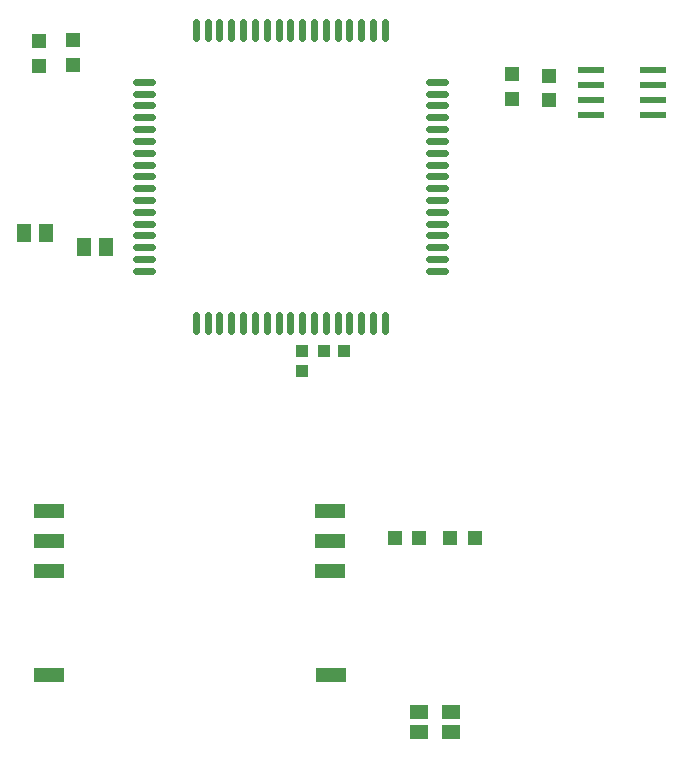
<source format=gtp>
G75*
%MOIN*%
%OFA0B0*%
%FSLAX24Y24*%
%IPPOS*%
%LPD*%
%AMOC8*
5,1,8,0,0,1.08239X$1,22.5*
%
%ADD10C,0.0236*%
%ADD11R,0.0394X0.0433*%
%ADD12R,0.0433X0.0394*%
%ADD13R,0.0512X0.0630*%
%ADD14R,0.0472X0.0472*%
%ADD15R,0.0866X0.0236*%
%ADD16R,0.1000X0.0500*%
%ADD17R,0.0591X0.0512*%
D10*
X010981Y065095D02*
X010981Y065645D01*
X011375Y065645D02*
X011375Y065095D01*
X011768Y065095D02*
X011768Y065645D01*
X012162Y065645D02*
X012162Y065095D01*
X012556Y065095D02*
X012556Y065645D01*
X012949Y065645D02*
X012949Y065095D01*
X013343Y065095D02*
X013343Y065645D01*
X013737Y065645D02*
X013737Y065095D01*
X014131Y065095D02*
X014131Y065645D01*
X014524Y065645D02*
X014524Y065095D01*
X014918Y065095D02*
X014918Y065645D01*
X015312Y065645D02*
X015312Y065095D01*
X015705Y065095D02*
X015705Y065645D01*
X016099Y065645D02*
X016099Y065095D01*
X016493Y065095D02*
X016493Y065645D01*
X016886Y065645D02*
X016886Y065095D01*
X017280Y065095D02*
X017280Y065645D01*
X018737Y067102D02*
X019287Y067102D01*
X019287Y067496D02*
X018737Y067496D01*
X018737Y067889D02*
X019287Y067889D01*
X019287Y068283D02*
X018737Y068283D01*
X018737Y068677D02*
X019287Y068677D01*
X019287Y069071D02*
X018737Y069071D01*
X018737Y069464D02*
X019287Y069464D01*
X019287Y069858D02*
X018737Y069858D01*
X018737Y070252D02*
X019287Y070252D01*
X019287Y070645D02*
X018737Y070645D01*
X018737Y071039D02*
X019287Y071039D01*
X019287Y071433D02*
X018737Y071433D01*
X018737Y071826D02*
X019287Y071826D01*
X019287Y072220D02*
X018737Y072220D01*
X018737Y072614D02*
X019287Y072614D01*
X019287Y073008D02*
X018737Y073008D01*
X018737Y073401D02*
X019287Y073401D01*
X017280Y074859D02*
X017280Y075409D01*
X016886Y075409D02*
X016886Y074859D01*
X016493Y074859D02*
X016493Y075409D01*
X016099Y075409D02*
X016099Y074859D01*
X015705Y074859D02*
X015705Y075409D01*
X015312Y075409D02*
X015312Y074859D01*
X014918Y074859D02*
X014918Y075409D01*
X014524Y075409D02*
X014524Y074859D01*
X014131Y074859D02*
X014131Y075409D01*
X013737Y075409D02*
X013737Y074859D01*
X013343Y074859D02*
X013343Y075409D01*
X012949Y075409D02*
X012949Y074859D01*
X012556Y074859D02*
X012556Y075409D01*
X012162Y075409D02*
X012162Y074859D01*
X011768Y074859D02*
X011768Y075409D01*
X011375Y075409D02*
X011375Y074859D01*
X010981Y074859D02*
X010981Y075409D01*
X009524Y073401D02*
X008974Y073401D01*
X008974Y073008D02*
X009524Y073008D01*
X009524Y072614D02*
X008974Y072614D01*
X008974Y072220D02*
X009524Y072220D01*
X009524Y071826D02*
X008974Y071826D01*
X008974Y071433D02*
X009524Y071433D01*
X009524Y071039D02*
X008974Y071039D01*
X008974Y070645D02*
X009524Y070645D01*
X009524Y070252D02*
X008974Y070252D01*
X008974Y069858D02*
X009524Y069858D01*
X009524Y069464D02*
X008974Y069464D01*
X008974Y069071D02*
X009524Y069071D01*
X009524Y068677D02*
X008974Y068677D01*
X008974Y068283D02*
X009524Y068283D01*
X009524Y067889D02*
X008974Y067889D01*
X008974Y067496D02*
X009524Y067496D01*
X009524Y067102D02*
X008974Y067102D01*
D11*
X015241Y064417D03*
X015910Y064417D03*
D12*
X014520Y064425D03*
X014520Y063756D03*
D13*
X007985Y067905D03*
X007237Y067905D03*
X005997Y068374D03*
X005249Y068374D03*
D14*
X005737Y073925D03*
X005737Y074752D03*
X006879Y074791D03*
X006879Y073964D03*
X017607Y058197D03*
X018434Y058197D03*
X019457Y058197D03*
X020284Y058197D03*
X021524Y072823D03*
X021524Y073649D03*
X022745Y073610D03*
X022745Y072783D03*
D15*
X024162Y072789D03*
X024162Y072289D03*
X024162Y073289D03*
X024162Y073789D03*
X026209Y073789D03*
X026209Y073289D03*
X026209Y072789D03*
X026209Y072289D03*
D16*
X015468Y059108D03*
X015468Y058108D03*
X015468Y057108D03*
X015475Y053616D03*
X006078Y053616D03*
X006070Y057108D03*
X006070Y058108D03*
X006070Y059108D03*
D17*
X018414Y051720D03*
X018414Y052389D03*
X019477Y052389D03*
X019477Y051720D03*
M02*

</source>
